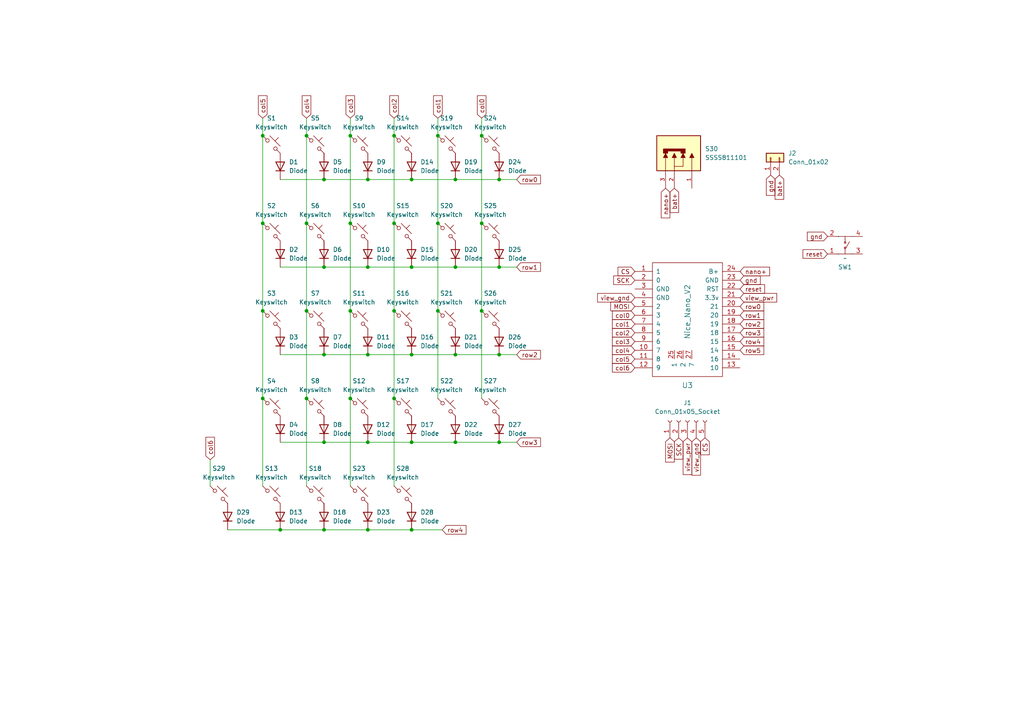
<source format=kicad_sch>
(kicad_sch (version 20231120) (generator "eeschema") (generator_version "8.0")
  (paper "A4")
  (lib_symbols
    (symbol "Connector:Conn_01x05_Socket" (pin_names (offset 1.016) hide)
      (property "Reference" "J" (at 0 7.62 0))
      (property "Value" "Conn_01x05_Socket" (at 0 -7.62 0))
      (symbol "Conn_01x05_Socket_1_1"
        (arc (start 0 -4.572) (mid -0.5058 -5.08) (end 0 -5.588) (stroke (width 0.1524)))
        (arc (start 0 -2.032) (mid -0.5058 -2.54) (end 0 -3.048) (stroke (width 0.1524)))
        (polyline (pts (xy -1.27 -5.08) (xy -0.508 -5.08)) (stroke (width 0.1524)))
        (polyline (pts (xy -1.27 -2.54) (xy -0.508 -2.54)) (stroke (width 0.1524)))
        (polyline (pts (xy -1.27 0) (xy -0.508 0)) (stroke (width 0.1524)))
        (polyline (pts (xy -1.27 2.54) (xy -0.508 2.54)) (stroke (width 0.1524)))
        (polyline (pts (xy -1.27 5.08) (xy -0.508 5.08)) (stroke (width 0.1524)))
        (arc (start 0 0.508) (mid -0.5058 0) (end 0 -0.508) (stroke (width 0.1524)))
        (arc (start 0 3.048) (mid -0.5058 2.54) (end 0 2.032) (stroke (width 0.1524)))
        (arc (start 0 5.588) (mid -0.5058 5.08) (end 0 4.572) (stroke (width 0.1524)))
        (pin passive line (at -5.08 5.08 0) (length 3.81) (name "Pin_1") (number "1"))
        (pin passive line (at -5.08 2.54 0) (length 3.81) (name "Pin_2") (number "2"))
        (pin passive line (at -5.08 0 0) (length 3.81) (name "Pin_3") (number "3"))
        (pin passive line (at -5.08 -2.54 0) (length 3.81) (name "Pin_4") (number "4"))
        (pin passive line (at -5.08 -5.08 0) (length 3.81) (name "Pin_5") (number "5"))
      )
    )
    (symbol "Connector_Generic:Conn_01x02" (pin_names (offset 1.016) hide)
      (property "Reference" "J" (at 0 2.54 0))
      (property "Value" "Conn_01x02" (at 0 -5.08 0))
      (symbol "Conn_01x02_1_1"
        (rectangle (start -1.27 -2.413) (end 0 -2.667) (stroke (width 0.1524)))
        (rectangle (start -1.27 0.127) (end 0 -0.127) (stroke (width 0.1524)))
        (rectangle (start -1.27 1.27) (end 1.27 -3.81) (stroke (width 0.254)) (fill (type background)))
        (pin passive line (at -5.08 0 0) (length 3.81) (name "Pin_1") (number "1"))
        (pin passive line (at -5.08 -2.54 0) (length 3.81) (name "Pin_2") (number "2"))
      )
    )
    (symbol "EVQPUC02K:EVQPUC02K"
      (property "Reference" "SW" (at 0 0 0))
      (symbol "EVQPUC02K_1_0"
        (circle (center 0 -0.762) (radius 0.254))
        (polyline (pts (xy -2.54 -2.54) (xy 2.54 -2.54)))
        (polyline (pts (xy -2.54 2.54) (xy 2.54 2.54)))
        (polyline (pts (xy -1.27 -1.016) (xy -0.254 0.762)))
        (polyline (pts (xy 0 -2.54) (xy 0 -1.524)))
        (polyline (pts (xy 0 -1.524) (xy 0 -0.762)))
        (polyline (pts (xy 0 2.54) (xy 0 0.762)))
        (circle (center 0 0.762) (radius 0.254))
        (pin input line (at 5.08 2.54 180) (length 2.54) (name "1") (number "1"))
        (pin input line (at 5.08 -2.54 180) (length 2.54) (name "2") (number "2"))
        (pin input line (at -5.08 2.54 0) (length 2.54) (name "3") (number "3"))
        (pin input line (at -5.08 -2.54 0) (length 2.54) (name "4") (number "4"))
      )
    )
    (symbol "SSSS811101:SSSS811101" (pin_names (offset 1.016))
      (property "Reference" "S" (at -5.08 5.715 0))
      (property "Value" "SSSS811101" (at -5.08 -10.16 0))
      (symbol "SSSS811101_0_0"
        (rectangle (start -5.08 -7.62) (end 5.08 5.08) (stroke (width 0.254)) (fill (type background)))
        (polyline (pts (xy 3.81 -2.54) (xy 1.27 -2.54)) (stroke (width 0.1524)))
        (polyline (pts (xy 3.81 0) (xy 1.27 0)) (stroke (width 0.1524)))
        (polyline (pts (xy 3.81 0) (xy 3.81 -2.54)) (stroke (width 0.1524)))
        (polyline (pts (xy 5.08 -5.08) (xy 1.27 -5.08)) (stroke (width 0.1524)))
        (polyline (pts (xy 5.08 -2.54) (xy 3.81 -2.54)) (stroke (width 0.1524)))
        (polyline (pts (xy 5.08 2.54) (xy 1.27 2.54)) (stroke (width 0.1524)))
        (polyline (pts (xy 1.27 -5.715) (xy 1.27 -4.445) (xy 0 -5.08) (xy 1.27 -5.715)) (stroke (width 0.1524)) (fill (type outline)))
        (polyline (pts (xy 1.27 -3.175) (xy 1.27 -1.905) (xy 0 -2.54) (xy 1.27 -3.175)) (stroke (width 0.1524)) (fill (type outline)))
        (polyline (pts (xy 1.27 -0.635) (xy 1.27 0.635) (xy 0 0) (xy 1.27 -0.635)) (stroke (width 0.1524)) (fill (type outline)))
        (polyline (pts (xy 1.27 1.905) (xy 1.27 3.175) (xy 0 2.54) (xy 1.27 1.905)) (stroke (width 0.1524)) (fill (type outline)))
        (polyline (pts (xy 0 -4.445) (xy 0 -5.715) (xy -1.27 -5.715) (xy -1.27 0.635) (xy 0 0.635) (xy 0 -0.635) (xy -0.635 -0.635) (xy -0.635 -4.445) (xy 0 -4.445)) (stroke (width 0.1524)) (fill (type outline)))
        (pin passive line (at 10.16 2.54 180) (length 5.08) (name "~") (number "1"))
        (pin passive line (at 10.16 -2.54 180) (length 5.08) (name "~") (number "2"))
        (pin passive line (at 10.16 -5.08 180) (length 5.08) (name "~") (number "3"))
      )
    )
    (symbol "ScottoKeebs:MCU_Nice_Nano_V2" (pin_names (offset 1.016))
      (property "Reference" "U" (at 0 0 0))
      (property "Value" "Nice_Nano_V2" (at 0 -19.05 0))
      (symbol "MCU_Nice_Nano_V2_0_1"
        (rectangle (start -10.16 16.51) (end 10.16 -16.51))
      )
      (symbol "MCU_Nice_Nano_V2_1_1"
        (pin input line (at -15.24 13.97 0) (length 5.08) (name "1") (number "1"))
        (pin input line (at -15.24 -8.89 0) (length 5.08) (name "7") (number "10"))
        (pin input line (at -15.24 -11.43 0) (length 5.08) (name "8") (number "11"))
        (pin input line (at -15.24 -13.97 0) (length 5.08) (name "9") (number "12"))
        (pin input line (at 15.24 -13.97 180) (length 5.08) (name "10") (number "13"))
        (pin input line (at 15.24 -11.43 180) (length 5.08) (name "16") (number "14"))
        (pin input line (at 15.24 -8.89 180) (length 5.08) (name "14") (number "15"))
        (pin input line (at 15.24 -6.35 180) (length 5.08) (name "15") (number "16"))
        (pin input line (at 15.24 -3.81 180) (length 5.08) (name "18") (number "17"))
        (pin input line (at 15.24 -1.27 180) (length 5.08) (name "19") (number "18"))
        (pin input line (at 15.24 1.27 180) (length 5.08) (name "20") (number "19"))
        (pin input line (at -15.24 11.43 0) (length 5.08) (name "0") (number "2"))
        (pin input line (at 15.24 3.81 180) (length 5.08) (name "21") (number "20"))
        (pin input line (at 15.24 6.35 180) (length 5.08) (name "3.3v") (number "21"))
        (pin input line (at 15.24 8.89 180) (length 5.08) (name "RST") (number "22"))
        (pin input line (at 15.24 11.43 180) (length 5.08) (name "GND") (number "23"))
        (pin input line (at 15.24 13.97 180) (length 5.08) (name "B+") (number "24"))
        (pin input line (at -3.81 -8.89 270) (length 2.5) (name "1") (number "25"))
        (pin input line (at -1.27 -8.89 270) (length 2.5) (name "2") (number "26"))
        (pin input line (at 1.27 -8.89 270) (length 2.5) (name "7") (number "27"))
        (pin input line (at -15.24 8.89 0) (length 5.08) (name "GND") (number "3"))
        (pin input line (at -15.24 6.35 0) (length 5.08) (name "GND") (number "4"))
        (pin input line (at -15.24 3.81 0) (length 5.08) (name "2") (number "5"))
        (pin input line (at -15.24 1.27 0) (length 5.08) (name "3") (number "6"))
        (pin input line (at -15.24 -1.27 0) (length 5.08) (name "4") (number "7"))
        (pin input line (at -15.24 -3.81 0) (length 5.08) (name "5") (number "8"))
        (pin input line (at -15.24 -6.35 0) (length 5.08) (name "6") (number "9"))
      )
    )
    (symbol "ScottoKeebs:Placeholder_Diode" (pin_numbers hide) (pin_names hide)
      (property "Reference" "D" (at 0 2.54 0))
      (property "Value" "Diode" (at 0 -2.54 0))
      (symbol "Placeholder_Diode_0_1"
        (polyline (pts (xy -1.27 1.27) (xy -1.27 -1.27)) (stroke (width 0.254)))
        (polyline (pts (xy 1.27 0) (xy -1.27 0)))
        (polyline (pts (xy 1.27 1.27) (xy 1.27 -1.27) (xy -1.27 0) (xy 1.27 1.27)) (stroke (width 0.254)))
      )
      (symbol "Placeholder_Diode_1_1"
        (pin passive line (at -3.81 0 0) (length 2.54) (name "K") (number "1"))
        (pin passive line (at 3.81 0 180) (length 2.54) (name "A") (number "2"))
      )
    )
    (symbol "ScottoKeebs:Placeholder_Keyswitch" (pin_numbers hide) (pin_names (offset 1.016) hide)
      (property "Reference" "S" (at 3.048 1.016 0))
      (property "Value" "Keyswitch" (at 0 -3.81 0))
      (symbol "Placeholder_Keyswitch_0_1"
        (circle (center -1.1684 1.1684) (radius 0.508))
        (polyline (pts (xy -0.508 2.54) (xy 2.54 -0.508)))
        (polyline (pts (xy 1.016 1.016) (xy 2.032 2.032)))
        (polyline (pts (xy -2.54 2.54) (xy -1.524 1.524) (xy -1.524 1.524)))
        (polyline (pts (xy 1.524 -1.524) (xy 2.54 -2.54) (xy 2.54 -2.54) (xy 2.54 -2.54)))
        (circle (center 1.143 -1.1938) (radius 0.508))
        (pin passive line (at -2.54 2.54 0) (length 0) (name "1") (number "1"))
        (pin passive line (at 2.54 -2.54 180) (length 0) (name "2") (number "2"))
      )
    )
  )
  (junction (at 76.2 115.57))
  (junction (at 76.2 64.77))
  (junction (at 93.98 77.47))
  (junction (at 132.08 102.87))
  (junction (at 132.08 128.27))
  (junction (at 127 90.17))
  (junction (at 139.7 39.37))
  (junction (at 139.7 64.77))
  (junction (at 127 64.77))
  (junction (at 93.98 128.27))
  (junction (at 93.98 52.07))
  (junction (at 127 39.37))
  (junction (at 144.78 52.07))
  (junction (at 132.08 77.47))
  (junction (at 101.6 39.37))
  (junction (at 101.6 90.17))
  (junction (at 144.78 77.47))
  (junction (at 88.9 64.77))
  (junction (at 119.38 128.27))
  (junction (at 106.68 77.47))
  (junction (at 139.7 90.17))
  (junction (at 81.28 153.67))
  (junction (at 119.38 102.87))
  (junction (at 106.68 52.07))
  (junction (at 101.6 115.57))
  (junction (at 144.78 128.27))
  (junction (at 88.9 90.17))
  (junction (at 144.78 102.87))
  (junction (at 119.38 77.47))
  (junction (at 76.2 90.17))
  (junction (at 119.38 52.07))
  (junction (at 106.68 102.87))
  (junction (at 119.38 153.67))
  (junction (at 101.6 64.77))
  (junction (at 114.3 39.37))
  (junction (at 106.68 128.27))
  (junction (at 93.98 153.67))
  (junction (at 76.2 39.37))
  (junction (at 106.68 153.67))
  (junction (at 93.98 102.87))
  (junction (at 114.3 115.57))
  (junction (at 132.08 52.07))
  (junction (at 88.9 39.37))
  (junction (at 114.3 90.17))
  (junction (at 88.9 115.57))
  (junction (at 114.3 64.77))
  (wire (pts (xy 88.9 90.17) (xy 88.9 115.57)))
  (wire (pts (xy 76.2 39.37) (xy 76.2 64.77)))
  (wire (pts (xy 119.38 77.47) (xy 132.08 77.47)))
  (wire (pts (xy 93.98 52.07) (xy 106.68 52.07)))
  (wire (pts (xy 127 34.29) (xy 127 39.37)))
  (wire (pts (xy 144.78 52.07) (xy 149.86 52.07)))
  (wire (pts (xy 101.6 64.77) (xy 101.6 90.17)))
  (wire (pts (xy 93.98 77.47) (xy 106.68 77.47)))
  (wire (pts (xy 106.68 128.27) (xy 119.38 128.27)))
  (wire (pts (xy 139.7 34.29) (xy 139.7 39.37)))
  (wire (pts (xy 132.08 77.47) (xy 144.78 77.47)))
  (wire (pts (xy 88.9 64.77) (xy 88.9 90.17)))
  (wire (pts (xy 114.3 115.57) (xy 114.3 140.97)))
  (wire (pts (xy 132.08 102.87) (xy 144.78 102.87)))
  (wire (pts (xy 106.68 153.67) (xy 119.38 153.67)))
  (wire (pts (xy 114.3 64.77) (xy 114.3 90.17)))
  (wire (pts (xy 81.28 77.47) (xy 93.98 77.47)))
  (wire (pts (xy 119.38 153.67) (xy 128.27 153.67)))
  (wire (pts (xy 127 90.17) (xy 127 115.57)))
  (wire (pts (xy 76.2 90.17) (xy 76.2 115.57)))
  (wire (pts (xy 144.78 102.87) (xy 149.86 102.87)))
  (wire (pts (xy 144.78 128.27) (xy 149.86 128.27)))
  (wire (pts (xy 76.2 64.77) (xy 76.2 90.17)))
  (wire (pts (xy 106.68 77.47) (xy 119.38 77.47)))
  (wire (pts (xy 81.28 153.67) (xy 93.98 153.67)))
  (wire (pts (xy 127 39.37) (xy 127 64.77)))
  (wire (pts (xy 81.28 102.87) (xy 93.98 102.87)))
  (wire (pts (xy 119.38 128.27) (xy 132.08 128.27)))
  (wire (pts (xy 76.2 115.57) (xy 76.2 140.97)))
  (wire (pts (xy 76.2 34.29) (xy 76.2 39.37)))
  (wire (pts (xy 60.96 133.35) (xy 60.96 140.97)))
  (wire (pts (xy 88.9 115.57) (xy 88.9 140.97)))
  (wire (pts (xy 132.08 52.07) (xy 144.78 52.07)))
  (wire (pts (xy 81.28 52.07) (xy 93.98 52.07)))
  (wire (pts (xy 93.98 102.87) (xy 106.68 102.87)))
  (wire (pts (xy 127 64.77) (xy 127 90.17)))
  (wire (pts (xy 139.7 90.17) (xy 139.7 115.57)))
  (wire (pts (xy 144.78 77.47) (xy 149.86 77.47)))
  (wire (pts (xy 88.9 34.29) (xy 88.9 39.37)))
  (wire (pts (xy 81.28 128.27) (xy 93.98 128.27)))
  (wire (pts (xy 106.68 52.07) (xy 119.38 52.07)))
  (wire (pts (xy 101.6 39.37) (xy 101.6 64.77)))
  (wire (pts (xy 93.98 153.67) (xy 106.68 153.67)))
  (wire (pts (xy 114.3 39.37) (xy 114.3 64.77)))
  (wire (pts (xy 139.7 39.37) (xy 139.7 64.77)))
  (wire (pts (xy 119.38 102.87) (xy 132.08 102.87)))
  (wire (pts (xy 101.6 90.17) (xy 101.6 115.57)))
  (wire (pts (xy 119.38 52.07) (xy 132.08 52.07)))
  (wire (pts (xy 114.3 90.17) (xy 114.3 115.57)))
  (wire (pts (xy 139.7 64.77) (xy 139.7 90.17)))
  (wire (pts (xy 106.68 102.87) (xy 119.38 102.87)))
  (wire (pts (xy 101.6 34.29) (xy 101.6 39.37)))
  (wire (pts (xy 101.6 115.57) (xy 101.6 140.97)))
  (wire (pts (xy 88.9 39.37) (xy 88.9 64.77)))
  (wire (pts (xy 66.04 153.67) (xy 81.28 153.67)))
  (wire (pts (xy 114.3 34.29) (xy 114.3 39.37)))
  (wire (pts (xy 132.08 128.27) (xy 144.78 128.27)))
  (wire (pts (xy 93.98 128.27) (xy 106.68 128.27)))
  (global_label "row3" (shape input) (at 214.63 96.52 0) (property "Intersheetrefs" "${INTERSHEET_REFS}" (effects (hide yes))))
  (global_label "col3" (shape input) (at 101.6 34.29 90) (property "Intersheetrefs" "${INTERSHEET_REFS}" (effects (hide yes))))
  (global_label "col4" (shape input) (at 184.15 101.6 180) (property "Intersheetrefs" "${INTERSHEET_REFS}" (effects (hide yes))))
  (global_label "SCK" (shape input) (at 196.85 127 270) (property "Intersheetrefs" "${INTERSHEET_REFS}" (effects (hide yes))))
  (global_label "gnd" (shape input) (at 240.03 68.58 180) (property "Intersheetrefs" "${INTERSHEET_REFS}" (effects (hide yes))))
  (global_label "SCK" (shape input) (at 184.15 81.28 180) (property "Intersheetrefs" "${INTERSHEET_REFS}" (effects (hide yes))))
  (global_label "view_gnd" (shape input) (at 184.15 86.36 180) (property "Intersheetrefs" "${INTERSHEET_REFS}" (effects (hide yes))))
  (global_label "col2" (shape input) (at 114.3 34.29 90) (property "Intersheetrefs" "${INTERSHEET_REFS}" (effects (hide yes))))
  (global_label "nano+" (shape input) (at 193.04 54.61 270) (property "Intersheetrefs" "${INTERSHEET_REFS}" (effects (hide yes))))
  (global_label "gnd" (shape input) (at 214.63 81.28 0) (property "Intersheetrefs" "${INTERSHEET_REFS}" (effects (hide yes))))
  (global_label "MOSI" (shape input) (at 194.31 127 270) (property "Intersheetrefs" "${INTERSHEET_REFS}" (effects (hide yes))))
  (global_label "row1" (shape input) (at 214.63 91.44 0) (property "Intersheetrefs" "${INTERSHEET_REFS}" (effects (hide yes))))
  (global_label "view_pwr" (shape input) (at 214.63 86.36 0) (property "Intersheetrefs" "${INTERSHEET_REFS}" (effects (hide yes))))
  (global_label "bat+" (shape input) (at 195.58 54.61 270) (property "Intersheetrefs" "${INTERSHEET_REFS}" (effects (hide yes))))
  (global_label "MOSI" (shape input) (at 184.15 88.9 180) (property "Intersheetrefs" "${INTERSHEET_REFS}" (effects (hide yes))))
  (global_label "row5" (shape input) (at 214.63 101.6 0) (property "Intersheetrefs" "${INTERSHEET_REFS}" (effects (hide yes))))
  (global_label "row1" (shape input) (at 149.86 77.47 0) (property "Intersheetrefs" "${INTERSHEET_REFS}" (effects (hide yes))))
  (global_label "col6" (shape input) (at 60.96 133.35 90) (property "Intersheetrefs" "${INTERSHEET_REFS}" (effects (hide yes))))
  (global_label "reset" (shape input) (at 214.63 83.82 0) (property "Intersheetrefs" "${INTERSHEET_REFS}" (effects (hide yes))))
  (global_label "col3" (shape input) (at 184.15 99.06 180) (property "Intersheetrefs" "${INTERSHEET_REFS}" (effects (hide yes))))
  (global_label "col5" (shape input) (at 76.2 34.29 90) (property "Intersheetrefs" "${INTERSHEET_REFS}" (effects (hide yes))))
  (global_label "CS" (shape input) (at 204.47 127 270) (property "Intersheetrefs" "${INTERSHEET_REFS}" (effects (hide yes))))
  (global_label "bat+" (shape input) (at 226.06 50.8 270) (property "Intersheetrefs" "${INTERSHEET_REFS}" (effects (hide yes))))
  (global_label "col0" (shape input) (at 184.15 91.44 180) (property "Intersheetrefs" "${INTERSHEET_REFS}" (effects (hide yes))))
  (global_label "col1" (shape input) (at 127 34.29 90) (property "Intersheetrefs" "${INTERSHEET_REFS}" (effects (hide yes))))
  (global_label "reset" (shape input) (at 240.03 73.66 180) (property "Intersheetrefs" "${INTERSHEET_REFS}" (effects (hide yes))))
  (global_label "col1" (shape input) (at 184.15 93.98 180) (property "Intersheetrefs" "${INTERSHEET_REFS}" (effects (hide yes))))
  (global_label "col5" (shape input) (at 184.15 104.14 180) (property "Intersheetrefs" "${INTERSHEET_REFS}" (effects (hide yes))))
  (global_label "row3" (shape input) (at 149.86 128.27 0) (property "Intersheetrefs" "${INTERSHEET_REFS}" (effects (hide yes))))
  (global_label "CS" (shape input) (at 184.15 78.74 180) (property "Intersheetrefs" "${INTERSHEET_REFS}" (effects (hide yes))))
  (global_label "gnd" (shape input) (at 223.52 50.8 270) (property "Intersheetrefs" "${INTERSHEET_REFS}" (effects (hide yes))))
  (global_label "row0" (shape input) (at 214.63 88.9 0) (property "Intersheetrefs" "${INTERSHEET_REFS}" (effects (hide yes))))
  (global_label "col6" (shape input) (at 184.15 106.68 180) (property "Intersheetrefs" "${INTERSHEET_REFS}" (effects (hide yes))))
  (global_label "view_pwr" (shape input) (at 199.39 127 270) (property "Intersheetrefs" "${INTERSHEET_REFS}" (effects (hide yes))))
  (global_label "view_gnd" (shape input) (at 201.93 127 270) (property "Intersheetrefs" "${INTERSHEET_REFS}" (effects (hide yes))))
  (global_label "row4" (shape input) (at 128.27 153.67 0) (property "Intersheetrefs" "${INTERSHEET_REFS}" (effects (hide yes))))
  (global_label "row4" (shape input) (at 214.63 99.06 0) (property "Intersheetrefs" "${INTERSHEET_REFS}" (effects (hide yes))))
  (global_label "nano+" (shape input) (at 214.63 78.74 0) (property "Intersheetrefs" "${INTERSHEET_REFS}" (effects (hide yes))))
  (global_label "row0" (shape input) (at 149.86 52.07 0) (property "Intersheetrefs" "${INTERSHEET_REFS}" (effects (hide yes))))
  (global_label "row2" (shape input) (at 149.86 102.87 0) (property "Intersheetrefs" "${INTERSHEET_REFS}" (effects (hide yes))))
  (global_label "col4" (shape input) (at 88.9 34.29 90) (property "Intersheetrefs" "${INTERSHEET_REFS}" (effects (hide yes))))
  (global_label "row2" (shape input) (at 214.63 93.98 0) (property "Intersheetrefs" "${INTERSHEET_REFS}" (effects (hide yes))))
  (global_label "col0" (shape input) (at 139.7 34.29 90) (property "Intersheetrefs" "${INTERSHEET_REFS}" (effects (hide yes))))
  (global_label "col2" (shape input) (at 184.15 96.52 180) (property "Intersheetrefs" "${INTERSHEET_REFS}" (effects (hide yes))))
  (symbol (lib_id "ScottoKeebs:Placeholder_Diode") (at 93.98 99.06 90) (unit 1)
    (property "Reference" "D7" (at 96.52 97.7899 90) (effects (justify right)))
    (property "Value" "Diode" (at 96.52 100.3299 90) (effects (justify right)))
    (property "Footprint" "ScottoKeebs_Components:Diode_SOD-123" (effects (hide yes)))
    (property "Description" "1N4148 (DO-35) or 1N4148W (SOD-123)" (effects (hide yes)))
    (property "Sim.Device" "D" (effects (hide yes)))
    (property "Sim.Pins" "1=K 2=A" (effects (hide yes)))
  )
  (symbol (lib_id "ScottoKeebs:Placeholder_Keyswitch") (at 78.74 67.31 0) (unit 1)
    (property "Reference" "S2" (at 78.74 59.69 0))
    (property "Value" "Keyswitch" (at 78.74 62.23 0))
    (property "Footprint" "ScottoKeebs_Choc:Choc_V1_1.00u" (effects (hide yes)))
    (property "Description" "Push button switch, normally open, two pins, 45° tilted" (effects (hide yes)))
  )
  (symbol (lib_id "ScottoKeebs:Placeholder_Keyswitch") (at 63.5 143.51 0) (unit 1)
    (property "Reference" "S29" (at 63.5 135.89 0))
    (property "Value" "Keyswitch" (at 63.5 138.43 0))
    (property "Footprint" "ScottoKeebs_Choc:Choc_V1_1.00u" (effects (hide yes)))
    (property "Description" "Push button switch, normally open, two pins, 45° tilted" (effects (hide yes)))
  )
  (symbol (lib_id "ScottoKeebs:Placeholder_Keyswitch") (at 78.74 143.51 0) (unit 1)
    (property "Reference" "S13" (at 78.74 135.89 0))
    (property "Value" "Keyswitch" (at 78.74 138.43 0))
    (property "Footprint" "ScottoKeebs_Choc:Choc_V1_1.00u" (effects (hide yes)))
    (property "Description" "Push button switch, normally open, two pins, 45° tilted" (effects (hide yes)))
  )
  (symbol (lib_id "ScottoKeebs:Placeholder_Diode") (at 81.28 149.86 90) (unit 1)
    (property "Reference" "D13" (at 83.82 148.5899 90) (effects (justify right)))
    (property "Value" "Diode" (at 83.82 151.1299 90) (effects (justify right)))
    (property "Footprint" "ScottoKeebs_Components:Diode_SOD-123" (effects (hide yes)))
    (property "Description" "1N4148 (DO-35) or 1N4148W (SOD-123)" (effects (hide yes)))
    (property "Sim.Device" "D" (effects (hide yes)))
    (property "Sim.Pins" "1=K 2=A" (effects (hide yes)))
  )
  (symbol (lib_id "ScottoKeebs:Placeholder_Keyswitch") (at 116.84 67.31 0) (unit 1)
    (property "Reference" "S15" (at 116.84 59.69 0))
    (property "Value" "Keyswitch" (at 116.84 62.23 0))
    (property "Footprint" "ScottoKeebs_Choc:Choc_V1_1.00u" (effects (hide yes)))
    (property "Description" "Push button switch, normally open, two pins, 45° tilted" (effects (hide yes)))
  )
  (symbol (lib_id "ScottoKeebs:Placeholder_Keyswitch") (at 142.24 67.31 0) (unit 1)
    (property "Reference" "S25" (at 142.24 59.69 0))
    (property "Value" "Keyswitch" (at 142.24 62.23 0))
    (property "Footprint" "ScottoKeebs_Choc:Choc_V1_1.00u" (effects (hide yes)))
    (property "Description" "Push button switch, normally open, two pins, 45° tilted" (effects (hide yes)))
  )
  (symbol (lib_id "ScottoKeebs:Placeholder_Diode") (at 144.78 48.26 90) (unit 1)
    (property "Reference" "D24" (at 147.32 46.9899 90) (effects (justify right)))
    (property "Value" "Diode" (at 147.32 49.5299 90) (effects (justify right)))
    (property "Footprint" "ScottoKeebs_Components:Diode_SOD-123" (effects (hide yes)))
    (property "Description" "1N4148 (DO-35) or 1N4148W (SOD-123)" (effects (hide yes)))
    (property "Sim.Device" "D" (effects (hide yes)))
    (property "Sim.Pins" "1=K 2=A" (effects (hide yes)))
  )
  (symbol (lib_id "ScottoKeebs:Placeholder_Diode") (at 93.98 124.46 90) (unit 1)
    (property "Reference" "D8" (at 96.52 123.1899 90) (effects (justify right)))
    (property "Value" "Diode" (at 96.52 125.7299 90) (effects (justify right)))
    (property "Footprint" "ScottoKeebs_Components:Diode_SOD-123" (effects (hide yes)))
    (property "Description" "1N4148 (DO-35) or 1N4148W (SOD-123)" (effects (hide yes)))
    (property "Sim.Device" "D" (effects (hide yes)))
    (property "Sim.Pins" "1=K 2=A" (effects (hide yes)))
  )
  (symbol (lib_id "ScottoKeebs:Placeholder_Keyswitch") (at 91.44 92.71 0) (unit 1)
    (property "Reference" "S7" (at 91.44 85.09 0))
    (property "Value" "Keyswitch" (at 91.44 87.63 0))
    (property "Footprint" "ScottoKeebs_Choc:Choc_V1_1.00u" (effects (hide yes)))
    (property "Description" "Push button switch, normally open, two pins, 45° tilted" (effects (hide yes)))
  )
  (symbol (lib_id "ScottoKeebs:Placeholder_Diode") (at 119.38 149.86 90) (unit 1)
    (property "Reference" "D28" (at 121.92 148.5899 90) (effects (justify right)))
    (property "Value" "Diode" (at 121.92 151.1299 90) (effects (justify right)))
    (property "Footprint" "ScottoKeebs_Components:Diode_SOD-123" (effects (hide yes)))
    (property "Description" "1N4148 (DO-35) or 1N4148W (SOD-123)" (effects (hide yes)))
    (property "Sim.Device" "D" (effects (hide yes)))
    (property "Sim.Pins" "1=K 2=A" (effects (hide yes)))
  )
  (symbol (lib_id "ScottoKeebs:Placeholder_Diode") (at 106.68 124.46 90) (unit 1)
    (property "Reference" "D12" (at 109.22 123.1899 90) (effects (justify right)))
    (property "Value" "Diode" (at 109.22 125.7299 90) (effects (justify right)))
    (property "Footprint" "ScottoKeebs_Components:Diode_SOD-123" (effects (hide yes)))
    (property "Description" "1N4148 (DO-35) or 1N4148W (SOD-123)" (effects (hide yes)))
    (property "Sim.Device" "D" (effects (hide yes)))
    (property "Sim.Pins" "1=K 2=A" (effects (hide yes)))
  )
  (symbol (lib_id "ScottoKeebs:Placeholder_Diode") (at 81.28 124.46 90) (unit 1)
    (property "Reference" "D4" (at 83.82 123.1899 90) (effects (justify right)))
    (property "Value" "Diode" (at 83.82 125.7299 90) (effects (justify right)))
    (property "Footprint" "ScottoKeebs_Components:Diode_SOD-123" (effects (hide yes)))
    (property "Description" "1N4148 (DO-35) or 1N4148W (SOD-123)" (effects (hide yes)))
    (property "Sim.Device" "D" (effects (hide yes)))
    (property "Sim.Pins" "1=K 2=A" (effects (hide yes)))
  )
  (symbol (lib_id "ScottoKeebs:Placeholder_Keyswitch") (at 91.44 67.31 0) (unit 1)
    (property "Reference" "S6" (at 91.44 59.69 0))
    (property "Value" "Keyswitch" (at 91.44 62.23 0))
    (property "Footprint" "ScottoKeebs_Choc:Choc_V1_1.00u" (effects (hide yes)))
    (property "Description" "Push button switch, normally open, two pins, 45° tilted" (effects (hide yes)))
  )
  (symbol (lib_id "ScottoKeebs:Placeholder_Diode") (at 81.28 73.66 90) (unit 1)
    (property "Reference" "D2" (at 83.82 72.3899 90) (effects (justify right)))
    (property "Value" "Diode" (at 83.82 74.9299 90) (effects (justify right)))
    (property "Footprint" "ScottoKeebs_Components:Diode_SOD-123" (effects (hide yes)))
    (property "Description" "1N4148 (DO-35) or 1N4148W (SOD-123)" (effects (hide yes)))
    (property "Sim.Device" "D" (effects (hide yes)))
    (property "Sim.Pins" "1=K 2=A" (effects (hide yes)))
  )
  (symbol (lib_id "Connector:Conn_01x05_Socket") (at 199.39 121.92 90) (unit 1)
    (property "Reference" "J1" (at 199.39 116.84 90))
    (property "Value" "Conn_01x05_Socket" (at 199.39 119.38 90))
    (property "Footprint" "Nice!View_THT:Nice!View" (effects (hide yes)))
    (property "Description" "Generic connector, single row, 01x05, script generated" (effects (hide yes)))
  )
  (symbol (lib_id "ScottoKeebs:Placeholder_Diode") (at 93.98 48.26 90) (unit 1)
    (property "Reference" "D5" (at 96.52 46.9899 90) (effects (justify right)))
    (property "Value" "Diode" (at 96.52 49.5299 90) (effects (justify right)))
    (property "Footprint" "ScottoKeebs_Components:Diode_SOD-123" (effects (hide yes)))
    (property "Description" "1N4148 (DO-35) or 1N4148W (SOD-123)" (effects (hide yes)))
    (property "Sim.Device" "D" (effects (hide yes)))
    (property "Sim.Pins" "1=K 2=A" (effects (hide yes)))
  )
  (symbol (lib_id "ScottoKeebs:Placeholder_Diode") (at 119.38 48.26 90) (unit 1)
    (property "Reference" "D14" (at 121.92 46.9899 90) (effects (justify right)))
    (property "Value" "Diode" (at 121.92 49.5299 90) (effects (justify right)))
    (property "Footprint" "ScottoKeebs_Components:Diode_SOD-123" (effects (hide yes)))
    (property "Description" "1N4148 (DO-35) or 1N4148W (SOD-123)" (effects (hide yes)))
    (property "Sim.Device" "D" (effects (hide yes)))
    (property "Sim.Pins" "1=K 2=A" (effects (hide yes)))
  )
  (symbol (lib_id "SSSS811101:SSSS811101") (at 198.12 44.45 270) (unit 1)
    (property "Reference" "S30" (at 204.47 43.1799 90) (effects (justify left)))
    (property "Value" "SSSS811101" (at 204.47 45.7199 90) (effects (justify left)))
    (property "Footprint" "SSSS811101:SW_SSSS811101" (effects (hide yes)))
    (property "MF" "ALPS" (effects (hide yes)))
    (property "MAXIMUM_PACKAGE_HEIGHT" "1.60 mm" (effects (hide yes)))
    (property "Package" "None" (effects (hide yes)))
    (property "Price" "None" (effects (hide yes)))
    (property "Check_prices" "https://www.snapeda.com/parts/SSSS811101/ALPS/view-part/?ref=eda" (effects (hide yes)))
    (property "STANDARD" "Manufacturer Recommendations" (effects (hide yes)))
    (property "PARTREV" "N/A" (effects (hide yes)))
    (property "SnapEDA_Link" "https://www.snapeda.com/parts/SSSS811101/ALPS/view-part/?ref=snap" (effects (hide yes)))
    (property "MP" "SSSS811101" (effects (hide yes)))
    (property "Purchase-URL" "https://www.snapeda.com/api/url_track_click_mouser/?unipart_id=430970&manufacturer=ALPS&part_name=SSSS811101&search_term=None" (effects (hide yes)))
    (property "Description_1" "\n                        \n                            Switch Slide SP Side Slide 0.3A 5VDC 10000Cycles Gull Wing SMD T/R\n                        \n" (effects (hide yes)))
    (property "Availability" "In Stock" (effects (hide yes)))
    (property "MANUFACTURER" "ALPS" (effects (hide yes)))
  )
  (symbol (lib_id "ScottoKeebs:Placeholder_Diode") (at 119.38 124.46 90) (unit 1)
    (property "Reference" "D17" (at 121.92 123.1899 90) (effects (justify right)))
    (property "Value" "Diode" (at 121.92 125.7299 90) (effects (justify right)))
    (property "Footprint" "ScottoKeebs_Components:Diode_SOD-123" (effects (hide yes)))
    (property "Description" "1N4148 (DO-35) or 1N4148W (SOD-123)" (effects (hide yes)))
    (property "Sim.Device" "D" (effects (hide yes)))
    (property "Sim.Pins" "1=K 2=A" (effects (hide yes)))
  )
  (symbol (lib_id "ScottoKeebs:Placeholder_Keyswitch") (at 142.24 118.11 0) (unit 1)
    (property "Reference" "S27" (at 142.24 110.49 0))
    (property "Value" "Keyswitch" (at 142.24 113.03 0))
    (property "Footprint" "ScottoKeebs_Choc:Choc_V1_1.00u" (effects (hide yes)))
    (property "Description" "Push button switch, normally open, two pins, 45° tilted" (effects (hide yes)))
  )
  (symbol (lib_id "ScottoKeebs:Placeholder_Keyswitch") (at 104.14 118.11 0) (unit 1)
    (property "Reference" "S12" (at 104.14 110.49 0))
    (property "Value" "Keyswitch" (at 104.14 113.03 0))
    (property "Footprint" "ScottoKeebs_Choc:Choc_V1_1.00u" (effects (hide yes)))
    (property "Description" "Push button switch, normally open, two pins, 45° tilted" (effects (hide yes)))
  )
  (symbol (lib_id "ScottoKeebs:Placeholder_Diode") (at 132.08 124.46 90) (unit 1)
    (property "Reference" "D22" (at 134.62 123.1899 90) (effects (justify right)))
    (property "Value" "Diode" (at 134.62 125.7299 90) (effects (justify right)))
    (property "Footprint" "ScottoKeebs_Components:Diode_SOD-123" (effects (hide yes)))
    (property "Description" "1N4148 (DO-35) or 1N4148W (SOD-123)" (effects (hide yes)))
    (property "Sim.Device" "D" (effects (hide yes)))
    (property "Sim.Pins" "1=K 2=A" (effects (hide yes)))
  )
  (symbol (lib_id "ScottoKeebs:Placeholder_Diode") (at 132.08 99.06 90) (unit 1)
    (property "Reference" "D21" (at 134.62 97.7899 90) (effects (justify right)))
    (property "Value" "Diode" (at 134.62 100.3299 90) (effects (justify right)))
    (property "Footprint" "ScottoKeebs_Components:Diode_SOD-123" (effects (hide yes)))
    (property "Description" "1N4148 (DO-35) or 1N4148W (SOD-123)" (effects (hide yes)))
    (property "Sim.Device" "D" (effects (hide yes)))
    (property "Sim.Pins" "1=K 2=A" (effects (hide yes)))
  )
  (symbol (lib_id "ScottoKeebs:Placeholder_Keyswitch") (at 91.44 118.11 0) (unit 1)
    (property "Reference" "S8" (at 91.44 110.49 0))
    (property "Value" "Keyswitch" (at 91.44 113.03 0))
    (property "Footprint" "ScottoKeebs_Choc:Choc_V1_1.00u" (effects (hide yes)))
    (property "Description" "Push button switch, normally open, two pins, 45° tilted" (effects (hide yes)))
  )
  (symbol (lib_id "ScottoKeebs:Placeholder_Keyswitch") (at 104.14 67.31 0) (unit 1)
    (property "Reference" "S10" (at 104.14 59.69 0))
    (property "Value" "Keyswitch" (at 104.14 62.23 0))
    (property "Footprint" "ScottoKeebs_Choc:Choc_V1_1.00u" (effects (hide yes)))
    (property "Description" "Push button switch, normally open, two pins, 45° tilted" (effects (hide yes)))
  )
  (symbol (lib_id "ScottoKeebs:Placeholder_Keyswitch") (at 91.44 41.91 0) (unit 1)
    (property "Reference" "S5" (at 91.44 34.29 0))
    (property "Value" "Keyswitch" (at 91.44 36.83 0))
    (property "Footprint" "ScottoKeebs_Choc:Choc_V1_1.00u" (effects (hide yes)))
    (property "Description" "Push button switch, normally open, two pins, 45° tilted" (effects (hide yes)))
  )
  (symbol (lib_id "ScottoKeebs:Placeholder_Diode") (at 106.68 48.26 90) (unit 1)
    (property "Reference" "D9" (at 109.22 46.9899 90) (effects (justify right)))
    (property "Value" "Diode" (at 109.22 49.5299 90) (effects (justify right)))
    (property "Footprint" "ScottoKeebs_Components:Diode_SOD-123" (effects (hide yes)))
    (property "Description" "1N4148 (DO-35) or 1N4148W (SOD-123)" (effects (hide yes)))
    (property "Sim.Device" "D" (effects (hide yes)))
    (property "Sim.Pins" "1=K 2=A" (effects (hide yes)))
  )
  (symbol (lib_id "EVQPUC02K:EVQPUC02K") (at 245.11 71.12 180) (unit 1)
    (property "Reference" "SW1" (at 245.11 77.47 0))
    (property "Value" "~" (at 245.11 74.93 0))
    (property "Footprint" "EVQPUC02K:EVQPUC02K" (effects (hide yes)))
    (property "Datasheet" "https://atta.szlcsc.com/upload/public/pdf/source/20170824/C128539_1503566139783907465.pdf" (effects (hide yes)))
    (property "Description" "Circuit:SPST Actuator Style:Rectangle button Operating Force:2.2N Mounting Style:卧贴 Switch Length:4.7mm Switch Width:4.5mm Switch Height:1.65mm Contact Current:50mA Voltage Rating (AC):- Voltage Rating (DC):12V Power Rating:- Insulation Resistance:100MΩ W" (effects (hide yes)))
    (property "Manufacturer Part" "EVQPUC02K" (effects (hide yes)))
    (property "Manufacturer" "PANASONIC(松下)" (effects (hide yes)))
    (property "Supplier Part" "C79174" (effects (hide yes)))
    (property "Supplier" "LCSC" (effects (hide yes)))
    (property "LCSC Part Name" "4.7*4.5*1.65mm 卧贴 轻触开关" (effects (hide yes)))
  )
  (symbol (lib_id "ScottoKeebs:Placeholder_Diode") (at 144.78 73.66 90) (unit 1)
    (property "Reference" "D25" (at 147.32 72.3899 90) (effects (justify right)))
    (property "Value" "Diode" (at 147.32 74.9299 90) (effects (justify right)))
    (property "Footprint" "ScottoKeebs_Components:Diode_SOD-123" (effects (hide yes)))
    (property "Description" "1N4148 (DO-35) or 1N4148W (SOD-123)" (effects (hide yes)))
    (property "Sim.Device" "D" (effects (hide yes)))
    (property "Sim.Pins" "1=K 2=A" (effects (hide yes)))
  )
  (symbol (lib_id "ScottoKeebs:Placeholder_Keyswitch") (at 129.54 67.31 0) (unit 1)
    (property "Reference" "S20" (at 129.54 59.69 0))
    (property "Value" "Keyswitch" (at 129.54 62.23 0))
    (property "Footprint" "ScottoKeebs_Choc:Choc_V1_1.00u" (effects (hide yes)))
    (property "Description" "Push button switch, normally open, two pins, 45° tilted" (effects (hide yes)))
  )
  (symbol (lib_id "ScottoKeebs:Placeholder_Diode") (at 66.04 149.86 90) (unit 1)
    (property "Reference" "D29" (at 68.58 148.5899 90) (effects (justify right)))
    (property "Value" "Diode" (at 68.58 151.1299 90) (effects (justify right)))
    (property "Footprint" "ScottoKeebs_Components:Diode_SOD-123" (effects (hide yes)))
    (property "Description" "1N4148 (DO-35) or 1N4148W (SOD-123)" (effects (hide yes)))
    (property "Sim.Device" "D" (effects (hide yes)))
    (property "Sim.Pins" "1=K 2=A" (effects (hide yes)))
  )
  (symbol (lib_id "ScottoKeebs:Placeholder_Diode") (at 119.38 73.66 90) (unit 1)
    (property "Reference" "D15" (at 121.92 72.3899 90) (effects (justify right)))
    (property "Value" "Diode" (at 121.92 74.9299 90) (effects (justify right)))
    (property "Footprint" "ScottoKeebs_Components:Diode_SOD-123" (effects (hide yes)))
    (property "Description" "1N4148 (DO-35) or 1N4148W (SOD-123)" (effects (hide yes)))
    (property "Sim.Device" "D" (effects (hide yes)))
    (property "Sim.Pins" "1=K 2=A" (effects (hide yes)))
  )
  (symbol (lib_id "ScottoKeebs:Placeholder_Diode") (at 106.68 99.06 90) (unit 1)
    (property "Reference" "D11" (at 109.22 97.7899 90) (effects (justify right)))
    (property "Value" "Diode" (at 109.22 100.3299 90) (effects (justify right)))
    (property "Footprint" "ScottoKeebs_Components:Diode_SOD-123" (effects (hide yes)))
    (property "Description" "1N4148 (DO-35) or 1N4148W (SOD-123)" (effects (hide yes)))
    (property "Sim.Device" "D" (effects (hide yes)))
    (property "Sim.Pins" "1=K 2=A" (effects (hide yes)))
  )
  (symbol (lib_id "ScottoKeebs:Placeholder_Keyswitch") (at 104.14 143.51 0) (unit 1)
    (property "Reference" "S23" (at 104.14 135.89 0))
    (property "Value" "Keyswitch" (at 104.14 138.43 0))
    (property "Footprint" "ScottoKeebs_Choc:Choc_V1_1.00u" (effects (hide yes)))
    (property "Description" "Push button switch, normally open, two pins, 45° tilted" (effects (hide yes)))
  )
  (symbol (lib_id "ScottoKeebs:Placeholder_Keyswitch") (at 116.84 92.71 0) (unit 1)
    (property "Reference" "S16" (at 116.84 85.09 0))
    (property "Value" "Keyswitch" (at 116.84 87.63 0))
    (property "Footprint" "ScottoKeebs_Choc:Choc_V1_1.00u" (effects (hide yes)))
    (property "Description" "Push button switch, normally open, two pins, 45° tilted" (effects (hide yes)))
  )
  (symbol (lib_id "ScottoKeebs:Placeholder_Diode") (at 106.68 149.86 90) (unit 1)
    (property "Reference" "D23" (at 109.22 148.5899 90) (effects (justify right)))
    (property "Value" "Diode" (at 109.22 151.1299 90) (effects (justify right)))
    (property "Footprint" "ScottoKeebs_Components:Diode_SOD-123" (effects (hide yes)))
    (property "Description" "1N4148 (DO-35) or 1N4148W (SOD-123)" (effects (hide yes)))
    (property "Sim.Device" "D" (effects (hide yes)))
    (property "Sim.Pins" "1=K 2=A" (effects (hide yes)))
  )
  (symbol (lib_id "ScottoKeebs:Placeholder_Keyswitch") (at 91.44 143.51 0) (unit 1)
    (property "Reference" "S18" (at 91.44 135.89 0))
    (property "Value" "Keyswitch" (at 91.44 138.43 0))
    (property "Footprint" "ScottoKeebs_Choc:Choc_V1_1.00u" (effects (hide yes)))
    (property "Description" "Push button switch, normally open, two pins, 45° tilted" (effects (hide yes)))
  )
  (symbol (lib_id "ScottoKeebs:Placeholder_Keyswitch") (at 116.84 118.11 0) (unit 1)
    (property "Reference" "S17" (at 116.84 110.49 0))
    (property "Value" "Keyswitch" (at 116.84 113.03 0))
    (property "Footprint" "ScottoKeebs_Choc:Choc_V1_1.00u" (effects (hide yes)))
    (property "Description" "Push button switch, normally open, two pins, 45° tilted" (effects (hide yes)))
  )
  (symbol (lib_id "ScottoKeebs:Placeholder_Keyswitch") (at 129.54 92.71 0) (unit 1)
    (property "Reference" "S21" (at 129.54 85.09 0))
    (property "Value" "Keyswitch" (at 129.54 87.63 0))
    (property "Footprint" "ScottoKeebs_Choc:Choc_V1_1.00u" (effects (hide yes)))
    (property "Description" "Push button switch, normally open, two pins, 45° tilted" (effects (hide yes)))
  )
  (symbol (lib_id "ScottoKeebs:MCU_Nice_Nano_V2") (at 199.39 92.71 0) (unit 1)
    (property "Reference" "U3" (at 199.39 111.76 0) (effects (font (size 1.524 1.524))))
    (property "Value" "Nice_Nano_V2" (at 199.39 90.424 90) (effects (font (size 1.524 1.524))))
    (property "Footprint" "ScottoKeebs_MCU:Nice_Nano_V2" (effects (hide yes)))
  )
  (symbol (lib_id "ScottoKeebs:Placeholder_Keyswitch") (at 129.54 41.91 0) (unit 1)
    (property "Reference" "S19" (at 129.54 34.29 0))
    (property "Value" "Keyswitch" (at 129.54 36.83 0))
    (property "Footprint" "ScottoKeebs_Choc:Choc_V1_1.00u" (effects (hide yes)))
    (property "Description" "Push button switch, normally open, two pins, 45° tilted" (effects (hide yes)))
  )
  (symbol (lib_id "ScottoKeebs:Placeholder_Keyswitch") (at 78.74 92.71 0) (unit 1)
    (property "Reference" "S3" (at 78.74 85.09 0))
    (property "Value" "Keyswitch" (at 78.74 87.63 0))
    (property "Footprint" "ScottoKeebs_Choc:Choc_V1_1.00u" (effects (hide yes)))
    (property "Description" "Push button switch, normally open, two pins, 45° tilted" (effects (hide yes)))
  )
  (symbol (lib_id "ScottoKeebs:Placeholder_Keyswitch") (at 78.74 41.91 0) (unit 1)
    (property "Reference" "S1" (at 78.74 34.29 0))
    (property "Value" "Keyswitch" (at 78.74 36.83 0))
    (property "Footprint" "ScottoKeebs_Choc:Choc_V1_1.00u" (effects (hide yes)))
    (property "Description" "Push button switch, normally open, two pins, 45° tilted" (effects (hide yes)))
  )
  (symbol (lib_id "ScottoKeebs:Placeholder_Diode") (at 81.28 48.26 90) (unit 1)
    (property "Reference" "D1" (at 83.82 46.9899 90) (effects (justify right)))
    (property "Value" "Diode" (at 83.82 49.5299 90) (effects (justify right)))
    (property "Footprint" "ScottoKeebs_Components:Diode_SOD-123" (effects (hide yes)))
    (property "Description" "1N4148 (DO-35) or 1N4148W (SOD-123)" (effects (hide yes)))
    (property "Sim.Device" "D" (effects (hide yes)))
    (property "Sim.Pins" "1=K 2=A" (effects (hide yes)))
  )
  (symbol (lib_id "ScottoKeebs:Placeholder_Diode") (at 93.98 73.66 90) (unit 1)
    (property "Reference" "D6" (at 96.52 72.3899 90) (effects (justify right)))
    (property "Value" "Diode" (at 96.52 74.9299 90) (effects (justify right)))
    (property "Footprint" "ScottoKeebs_Components:Diode_SOD-123" (effects (hide yes)))
    (property "Description" "1N4148 (DO-35) or 1N4148W (SOD-123)" (effects (hide yes)))
    (property "Sim.Device" "D" (effects (hide yes)))
    (property "Sim.Pins" "1=K 2=A" (effects (hide yes)))
  )
  (symbol (lib_id "ScottoKeebs:Placeholder_Keyswitch") (at 129.54 118.11 0) (unit 1)
    (property "Reference" "S22" (at 129.54 110.49 0))
    (property "Value" "Keyswitch" (at 129.54 113.03 0))
    (property "Footprint" "ScottoKeebs_Choc:Choc_V1_1.00u" (effects (hide yes)))
    (property "Description" "Push button switch, normally open, two pins, 45° tilted" (effects (hide yes)))
  )
  (symbol (lib_id "ScottoKeebs:Placeholder_Keyswitch") (at 78.74 118.11 0) (unit 1)
    (property "Reference" "S4" (at 78.74 110.49 0))
    (property "Value" "Keyswitch" (at 78.74 113.03 0))
    (property "Footprint" "ScottoKeebs_Choc:Choc_V1_1.00u" (effects (hide yes)))
    (property "Description" "Push button switch, normally open, two pins, 45° tilted" (effects (hide yes)))
  )
  (symbol (lib_id "ScottoKeebs:Placeholder_Keyswitch") (at 104.14 92.71 0) (unit 1)
    (property "Reference" "S11" (at 104.14 85.09 0))
    (property "Value" "Keyswitch" (at 104.14 87.63 0))
    (property "Footprint" "ScottoKeebs_Choc:Choc_V1_1.00u" (effects (hide yes)))
    (property "Description" "Push button switch, normally open, two pins, 45° tilted" (effects (hide yes)))
  )
  (symbol (lib_id "ScottoKeebs:Placeholder_Keyswitch") (at 142.24 41.91 0) (unit 1)
    (property "Reference" "S24" (at 142.24 34.29 0))
    (property "Value" "Keyswitch" (at 142.24 36.83 0))
    (property "Footprint" "ScottoKeebs_Choc:Choc_V1_1.00u" (effects (hide yes)))
    (property "Description" "Push button switch, normally open, two pins, 45° tilted" (effects (hide yes)))
  )
  (symbol (lib_id "ScottoKeebs:Placeholder_Keyswitch") (at 116.84 143.51 0) (unit 1)
    (property "Reference" "S28" (at 116.84 135.89 0))
    (property "Value" "Keyswitch" (at 116.84 138.43 0))
    (property "Footprint" "ScottoKeebs_Choc:Choc_V1_1.00u" (effects (hide yes)))
    (property "Description" "Push button switch, normally open, two pins, 45° tilted" (effects (hide yes)))
  )
  (symbol (lib_id "ScottoKeebs:Placeholder_Diode") (at 106.68 73.66 90) (unit 1)
    (property "Reference" "D10" (at 109.22 72.3899 90) (effects (justify right)))
    (property "Value" "Diode" (at 109.22 74.9299 90) (effects (justify right)))
    (property "Footprint" "ScottoKeebs_Components:Diode_SOD-123" (effects (hide yes)))
    (property "Description" "1N4148 (DO-35) or 1N4148W (SOD-123)" (effects (hide yes)))
    (property "Sim.Device" "D" (effects (hide yes)))
    (property "Sim.Pins" "1=K 2=A" (effects (hide yes)))
  )
  (symbol (lib_id "ScottoKeebs:Placeholder_Diode") (at 132.08 73.66 90) (unit 1)
    (property "Reference" "D20" (at 134.62 72.3899 90) (effects (justify right)))
    (property "Value" "Diode" (at 134.62 74.9299 90) (effects (justify right)))
    (property "Footprint" "ScottoKeebs_Components:Diode_SOD-123" (effects (hide yes)))
    (property "Description" "1N4148 (DO-35) or 1N4148W (SOD-123)" (effects (hide yes)))
    (property "Sim.Device" "D" (effects (hide yes)))
    (property "Sim.Pins" "1=K 2=A" (effects (hide yes)))
  )
  (symbol (lib_id "ScottoKeebs:Placeholder_Keyswitch") (at 116.84 41.91 0) (unit 1)
    (property "Reference" "S14" (at 116.84 34.29 0))
    (property "Value" "Keyswitch" (at 116.84 36.83 0))
    (property "Footprint" "ScottoKeebs_Choc:Choc_V1_1.00u" (effects (hide yes)))
    (property "Description" "Push button switch, normally open, two pins, 45° tilted" (effects (hide yes)))
  )
  (symbol (lib_id "ScottoKeebs:Placeholder_Diode") (at 144.78 99.06 90) (unit 1)
    (property "Reference" "D26" (at 147.32 97.7899 90) (effects (justify right)))
    (property "Value" "Diode" (at 147.32 100.3299 90) (effects (justify right)))
    (property "Footprint" "ScottoKeebs_Components:Diode_SOD-123" (effects (hide yes)))
    (property "Description" "1N4148 (DO-35) or 1N4148W (SOD-123)" (effects (hide yes)))
    (property "Sim.Device" "D" (effects (hide yes)))
    (property "Sim.Pins" "1=K 2=A" (effects (hide yes)))
  )
  (symbol (lib_id "ScottoKeebs:Placeholder_Diode") (at 144.78 124.46 90) (unit 1)
    (property "Reference" "D27" (at 147.32 123.1899 90) (effects (justify right)))
    (property "Value" "Diode" (at 147.32 125.7299 90) (effects (justify right)))
    (property "Footprint" "ScottoKeebs_Components:Diode_SOD-123" (effects (hide yes)))
    (property "Description" "1N4148 (DO-35) or 1N4148W (SOD-123)" (effects (hide yes)))
    (property "Sim.Device" "D" (effects (hide yes)))
    (property "Sim.Pins" "1=K 2=A" (effects (hide yes)))
  )
  (symbol (lib_id "ScottoKeebs:Placeholder_Diode") (at 119.38 99.06 90) (unit 1)
    (property "Reference" "D16" (at 121.92 97.7899 90) (effects (justify right)))
    (property "Value" "Diode" (at 121.92 100.3299 90) (effects (justify right)))
    (property "Footprint" "ScottoKeebs_Components:Diode_SOD-123" (effects (hide yes)))
    (property "Description" "1N4148 (DO-35) or 1N4148W (SOD-123)" (effects (hide yes)))
    (property "Sim.Device" "D" (effects (hide yes)))
    (property "Sim.Pins" "1=K 2=A" (effects (hide yes)))
  )
  (symbol (lib_id "Connector_Generic:Conn_01x02") (at 223.52 45.72 90) (unit 1)
    (property "Reference" "J2" (at 228.6 44.4499 90) (effects (justify right)))
    (property "Value" "Conn_01x02" (at 228.6 46.9899 90) (effects (justify right)))
    (property "Footprint" "Connector_JST:JST_PH_S2B-PH-K_1x02_P2.00mm_Horizontal" (effects (hide yes)))
    (property "Description" "Generic connector, single row, 01x02, script generated (kicad-library-utils/schlib/autogen/connector/)" (effects (hide yes)))
  )
  (symbol (lib_id "ScottoKeebs:Placeholder_Diode") (at 132.08 48.26 90) (unit 1)
    (property "Reference" "D19" (at 134.62 46.9899 90) (effects (justify right)))
    (property "Value" "Diode" (at 134.62 49.5299 90) (effects (justify right)))
    (property "Footprint" "ScottoKeebs_Components:Diode_SOD-123" (effects (hide yes)))
    (property "Description" "1N4148 (DO-35) or 1N4148W (SOD-123)" (effects (hide yes)))
    (property "Sim.Device" "D" (effects (hide yes)))
    (property "Sim.Pins" "1=K 2=A" (effects (hide yes)))
  )
  (symbol (lib_id "ScottoKeebs:Placeholder_Diode") (at 81.28 99.06 90) (unit 1)
    (property "Reference" "D3" (at 83.82 97.7899 90) (effects (justify right)))
    (property "Value" "Diode" (at 83.82 100.3299 90) (effects (justify right)))
    (property "Footprint" "ScottoKeebs_Components:Diode_SOD-123" (effects (hide yes)))
    (property "Description" "1N4148 (DO-35) or 1N4148W (SOD-123)" (effects (hide yes)))
    (property "Sim.Device" "D" (effects (hide yes)))
    (property "Sim.Pins" "1=K 2=A" (effects (hide yes)))
  )
  (symbol (lib_id "ScottoKeebs:Placeholder_Keyswitch") (at 142.24 92.71 0) (unit 1)
    (property "Reference" "S26" (at 142.24 85.09 0))
    (property "Value" "Keyswitch" (at 142.24 87.63 0))
    (property "Footprint" "ScottoKeebs_Choc:Choc_V1_1.00u" (effects (hide yes)))
    (property "Description" "Push button switch, normally open, two pins, 45° tilted" (effects (hide yes)))
  )
  (symbol (lib_id "ScottoKeebs:Placeholder_Diode") (at 93.98 149.86 90) (unit 1)
    (property "Reference" "D18" (at 96.52 148.5899 90) (effects (justify right)))
    (property "Value" "Diode" (at 96.52 151.1299 90) (effects (justify right)))
    (property "Footprint" "ScottoKeebs_Components:Diode_SOD-123" (effects (hide yes)))
    (property "Description" "1N4148 (DO-35) or 1N4148W (SOD-123)" (effects (hide yes)))
    (property "Sim.Device" "D" (effects (hide yes)))
    (property "Sim.Pins" "1=K 2=A" (effects (hide yes)))
  )
  (symbol (lib_id "ScottoKeebs:Placeholder_Keyswitch") (at 104.14 41.91 0) (unit 1)
    (property "Reference" "S9" (at 104.14 34.29 0))
    (property "Value" "Keyswitch" (at 104.14 36.83 0))
    (property "Footprint" "ScottoKeebs_Choc:Choc_V1_1.00u" (effects (hide yes)))
    (property "Description" "Push button switch, normally open, two pins, 45° tilted" (effects (hide yes)))
  )
)
</source>
